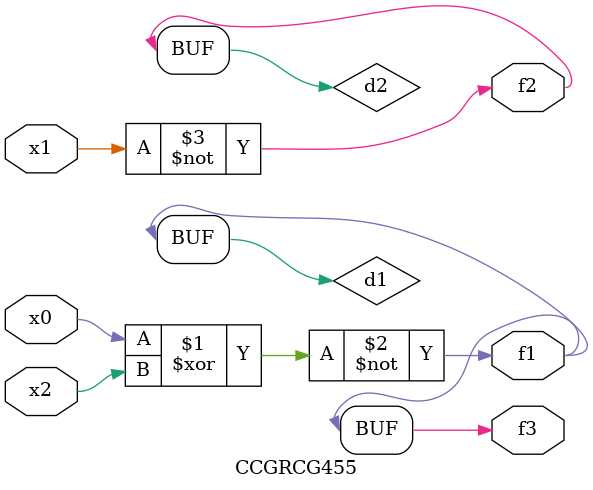
<source format=v>
module CCGRCG455(
	input x0, x1, x2,
	output f1, f2, f3
);

	wire d1, d2, d3;

	xnor (d1, x0, x2);
	nand (d2, x1);
	nor (d3, x1, x2);
	assign f1 = d1;
	assign f2 = d2;
	assign f3 = d1;
endmodule

</source>
